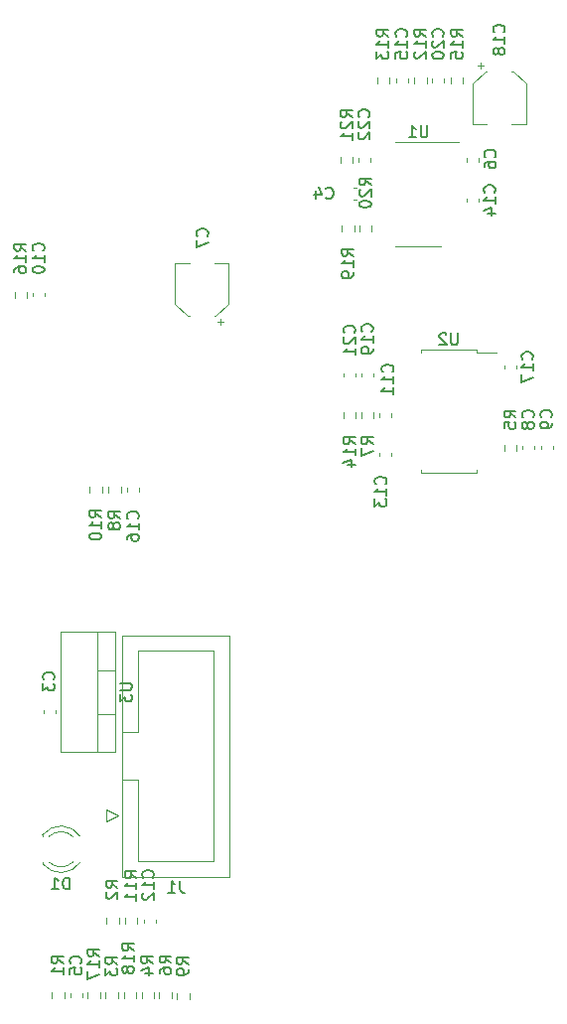
<source format=gbr>
%TF.GenerationSoftware,KiCad,Pcbnew,6.0.7+dfsg-1~bpo11+1*%
%TF.CreationDate,2022-10-24T23:46:05+08:00*%
%TF.ProjectId,MiniDelay,4d696e69-4465-46c6-9179-2e6b69636164,rev?*%
%TF.SameCoordinates,Original*%
%TF.FileFunction,Legend,Bot*%
%TF.FilePolarity,Positive*%
%FSLAX46Y46*%
G04 Gerber Fmt 4.6, Leading zero omitted, Abs format (unit mm)*
G04 Created by KiCad (PCBNEW 6.0.7+dfsg-1~bpo11+1) date 2022-10-24 23:46:05*
%MOMM*%
%LPD*%
G01*
G04 APERTURE LIST*
%ADD10C,0.150000*%
%ADD11C,0.120000*%
G04 APERTURE END LIST*
D10*
%TO.C,R14*%
X141002380Y-104807142D02*
X140526190Y-104473809D01*
X141002380Y-104235714D02*
X140002380Y-104235714D01*
X140002380Y-104616666D01*
X140050000Y-104711904D01*
X140097619Y-104759523D01*
X140192857Y-104807142D01*
X140335714Y-104807142D01*
X140430952Y-104759523D01*
X140478571Y-104711904D01*
X140526190Y-104616666D01*
X140526190Y-104235714D01*
X141002380Y-105759523D02*
X141002380Y-105188095D01*
X141002380Y-105473809D02*
X140002380Y-105473809D01*
X140145238Y-105378571D01*
X140240476Y-105283333D01*
X140288095Y-105188095D01*
X140335714Y-106616666D02*
X141002380Y-106616666D01*
X139954761Y-106378571D02*
X140669047Y-106140476D01*
X140669047Y-106759523D01*
%TO.C,C22*%
X142157142Y-76917142D02*
X142204761Y-76869523D01*
X142252380Y-76726666D01*
X142252380Y-76631428D01*
X142204761Y-76488571D01*
X142109523Y-76393333D01*
X142014285Y-76345714D01*
X141823809Y-76298095D01*
X141680952Y-76298095D01*
X141490476Y-76345714D01*
X141395238Y-76393333D01*
X141300000Y-76488571D01*
X141252380Y-76631428D01*
X141252380Y-76726666D01*
X141300000Y-76869523D01*
X141347619Y-76917142D01*
X141347619Y-77298095D02*
X141300000Y-77345714D01*
X141252380Y-77440952D01*
X141252380Y-77679047D01*
X141300000Y-77774285D01*
X141347619Y-77821904D01*
X141442857Y-77869523D01*
X141538095Y-77869523D01*
X141680952Y-77821904D01*
X142252380Y-77250476D01*
X142252380Y-77869523D01*
X141347619Y-78250476D02*
X141300000Y-78298095D01*
X141252380Y-78393333D01*
X141252380Y-78631428D01*
X141300000Y-78726666D01*
X141347619Y-78774285D01*
X141442857Y-78821904D01*
X141538095Y-78821904D01*
X141680952Y-78774285D01*
X142252380Y-78202857D01*
X142252380Y-78821904D01*
%TO.C,R3*%
X120737380Y-149143333D02*
X120261190Y-148810000D01*
X120737380Y-148571904D02*
X119737380Y-148571904D01*
X119737380Y-148952857D01*
X119785000Y-149048095D01*
X119832619Y-149095714D01*
X119927857Y-149143333D01*
X120070714Y-149143333D01*
X120165952Y-149095714D01*
X120213571Y-149048095D01*
X120261190Y-148952857D01*
X120261190Y-148571904D01*
X119737380Y-149476666D02*
X119737380Y-150095714D01*
X120118333Y-149762380D01*
X120118333Y-149905238D01*
X120165952Y-150000476D01*
X120213571Y-150048095D01*
X120308809Y-150095714D01*
X120546904Y-150095714D01*
X120642142Y-150048095D01*
X120689761Y-150000476D01*
X120737380Y-149905238D01*
X120737380Y-149619523D01*
X120689761Y-149524285D01*
X120642142Y-149476666D01*
%TO.C,C19*%
X142432142Y-95207142D02*
X142479761Y-95159523D01*
X142527380Y-95016666D01*
X142527380Y-94921428D01*
X142479761Y-94778571D01*
X142384523Y-94683333D01*
X142289285Y-94635714D01*
X142098809Y-94588095D01*
X141955952Y-94588095D01*
X141765476Y-94635714D01*
X141670238Y-94683333D01*
X141575000Y-94778571D01*
X141527380Y-94921428D01*
X141527380Y-95016666D01*
X141575000Y-95159523D01*
X141622619Y-95207142D01*
X142527380Y-96159523D02*
X142527380Y-95588095D01*
X142527380Y-95873809D02*
X141527380Y-95873809D01*
X141670238Y-95778571D01*
X141765476Y-95683333D01*
X141813095Y-95588095D01*
X142527380Y-96635714D02*
X142527380Y-96826190D01*
X142479761Y-96921428D01*
X142432142Y-96969047D01*
X142289285Y-97064285D01*
X142098809Y-97111904D01*
X141717857Y-97111904D01*
X141622619Y-97064285D01*
X141575000Y-97016666D01*
X141527380Y-96921428D01*
X141527380Y-96730952D01*
X141575000Y-96635714D01*
X141622619Y-96588095D01*
X141717857Y-96540476D01*
X141955952Y-96540476D01*
X142051190Y-96588095D01*
X142098809Y-96635714D01*
X142146428Y-96730952D01*
X142146428Y-96921428D01*
X142098809Y-97016666D01*
X142051190Y-97064285D01*
X141955952Y-97111904D01*
%TO.C,R17*%
X119197380Y-148457142D02*
X118721190Y-148123809D01*
X119197380Y-147885714D02*
X118197380Y-147885714D01*
X118197380Y-148266666D01*
X118245000Y-148361904D01*
X118292619Y-148409523D01*
X118387857Y-148457142D01*
X118530714Y-148457142D01*
X118625952Y-148409523D01*
X118673571Y-148361904D01*
X118721190Y-148266666D01*
X118721190Y-147885714D01*
X119197380Y-149409523D02*
X119197380Y-148838095D01*
X119197380Y-149123809D02*
X118197380Y-149123809D01*
X118340238Y-149028571D01*
X118435476Y-148933333D01*
X118483095Y-148838095D01*
X118197380Y-149742857D02*
X118197380Y-150409523D01*
X119197380Y-149980952D01*
%TO.C,D1*%
X116658095Y-142762380D02*
X116658095Y-141762380D01*
X116420000Y-141762380D01*
X116277142Y-141810000D01*
X116181904Y-141905238D01*
X116134285Y-142000476D01*
X116086666Y-142190952D01*
X116086666Y-142333809D01*
X116134285Y-142524285D01*
X116181904Y-142619523D01*
X116277142Y-142714761D01*
X116420000Y-142762380D01*
X116658095Y-142762380D01*
X115134285Y-142762380D02*
X115705714Y-142762380D01*
X115420000Y-142762380D02*
X115420000Y-141762380D01*
X115515238Y-141905238D01*
X115610476Y-142000476D01*
X115705714Y-142048095D01*
%TO.C,C4*%
X138521666Y-83822142D02*
X138569285Y-83869761D01*
X138712142Y-83917380D01*
X138807380Y-83917380D01*
X138950238Y-83869761D01*
X139045476Y-83774523D01*
X139093095Y-83679285D01*
X139140714Y-83488809D01*
X139140714Y-83345952D01*
X139093095Y-83155476D01*
X139045476Y-83060238D01*
X138950238Y-82965000D01*
X138807380Y-82917380D01*
X138712142Y-82917380D01*
X138569285Y-82965000D01*
X138521666Y-83012619D01*
X137664523Y-83250714D02*
X137664523Y-83917380D01*
X137902619Y-82869761D02*
X138140714Y-83584047D01*
X137521666Y-83584047D01*
%TO.C,R19*%
X140852380Y-88764642D02*
X140376190Y-88431309D01*
X140852380Y-88193214D02*
X139852380Y-88193214D01*
X139852380Y-88574166D01*
X139900000Y-88669404D01*
X139947619Y-88717023D01*
X140042857Y-88764642D01*
X140185714Y-88764642D01*
X140280952Y-88717023D01*
X140328571Y-88669404D01*
X140376190Y-88574166D01*
X140376190Y-88193214D01*
X140852380Y-89717023D02*
X140852380Y-89145595D01*
X140852380Y-89431309D02*
X139852380Y-89431309D01*
X139995238Y-89336071D01*
X140090476Y-89240833D01*
X140138095Y-89145595D01*
X140852380Y-90193214D02*
X140852380Y-90383690D01*
X140804761Y-90478928D01*
X140757142Y-90526547D01*
X140614285Y-90621785D01*
X140423809Y-90669404D01*
X140042857Y-90669404D01*
X139947619Y-90621785D01*
X139900000Y-90574166D01*
X139852380Y-90478928D01*
X139852380Y-90288452D01*
X139900000Y-90193214D01*
X139947619Y-90145595D01*
X140042857Y-90097976D01*
X140280952Y-90097976D01*
X140376190Y-90145595D01*
X140423809Y-90193214D01*
X140471428Y-90288452D01*
X140471428Y-90478928D01*
X140423809Y-90574166D01*
X140376190Y-90621785D01*
X140280952Y-90669404D01*
%TO.C,R6*%
X125327380Y-149033333D02*
X124851190Y-148700000D01*
X125327380Y-148461904D02*
X124327380Y-148461904D01*
X124327380Y-148842857D01*
X124375000Y-148938095D01*
X124422619Y-148985714D01*
X124517857Y-149033333D01*
X124660714Y-149033333D01*
X124755952Y-148985714D01*
X124803571Y-148938095D01*
X124851190Y-148842857D01*
X124851190Y-148461904D01*
X124327380Y-149890476D02*
X124327380Y-149700000D01*
X124375000Y-149604761D01*
X124422619Y-149557142D01*
X124565476Y-149461904D01*
X124755952Y-149414285D01*
X125136904Y-149414285D01*
X125232142Y-149461904D01*
X125279761Y-149509523D01*
X125327380Y-149604761D01*
X125327380Y-149795238D01*
X125279761Y-149890476D01*
X125232142Y-149938095D01*
X125136904Y-149985714D01*
X124898809Y-149985714D01*
X124803571Y-149938095D01*
X124755952Y-149890476D01*
X124708333Y-149795238D01*
X124708333Y-149604761D01*
X124755952Y-149509523D01*
X124803571Y-149461904D01*
X124898809Y-149414285D01*
%TO.C,C6*%
X152911142Y-80339333D02*
X152958761Y-80291714D01*
X153006380Y-80148857D01*
X153006380Y-80053619D01*
X152958761Y-79910761D01*
X152863523Y-79815523D01*
X152768285Y-79767904D01*
X152577809Y-79720285D01*
X152434952Y-79720285D01*
X152244476Y-79767904D01*
X152149238Y-79815523D01*
X152054000Y-79910761D01*
X152006380Y-80053619D01*
X152006380Y-80148857D01*
X152054000Y-80291714D01*
X152101619Y-80339333D01*
X152006380Y-81196476D02*
X152006380Y-81006000D01*
X152054000Y-80910761D01*
X152101619Y-80863142D01*
X152244476Y-80767904D01*
X152434952Y-80720285D01*
X152815904Y-80720285D01*
X152911142Y-80767904D01*
X152958761Y-80815523D01*
X153006380Y-80910761D01*
X153006380Y-81101238D01*
X152958761Y-81196476D01*
X152911142Y-81244095D01*
X152815904Y-81291714D01*
X152577809Y-81291714D01*
X152482571Y-81244095D01*
X152434952Y-81196476D01*
X152387333Y-81101238D01*
X152387333Y-80910761D01*
X152434952Y-80815523D01*
X152482571Y-80767904D01*
X152577809Y-80720285D01*
%TO.C,U3*%
X120977380Y-125188095D02*
X121786904Y-125188095D01*
X121882142Y-125235714D01*
X121929761Y-125283333D01*
X121977380Y-125378571D01*
X121977380Y-125569047D01*
X121929761Y-125664285D01*
X121882142Y-125711904D01*
X121786904Y-125759523D01*
X120977380Y-125759523D01*
X120977380Y-126140476D02*
X120977380Y-126759523D01*
X121358333Y-126426190D01*
X121358333Y-126569047D01*
X121405952Y-126664285D01*
X121453571Y-126711904D01*
X121548809Y-126759523D01*
X121786904Y-126759523D01*
X121882142Y-126711904D01*
X121929761Y-126664285D01*
X121977380Y-126569047D01*
X121977380Y-126283333D01*
X121929761Y-126188095D01*
X121882142Y-126140476D01*
%TO.C,C10*%
X114407142Y-88319642D02*
X114454761Y-88272023D01*
X114502380Y-88129166D01*
X114502380Y-88033928D01*
X114454761Y-87891071D01*
X114359523Y-87795833D01*
X114264285Y-87748214D01*
X114073809Y-87700595D01*
X113930952Y-87700595D01*
X113740476Y-87748214D01*
X113645238Y-87795833D01*
X113550000Y-87891071D01*
X113502380Y-88033928D01*
X113502380Y-88129166D01*
X113550000Y-88272023D01*
X113597619Y-88319642D01*
X114502380Y-89272023D02*
X114502380Y-88700595D01*
X114502380Y-88986309D02*
X113502380Y-88986309D01*
X113645238Y-88891071D01*
X113740476Y-88795833D01*
X113788095Y-88700595D01*
X113502380Y-89891071D02*
X113502380Y-89986309D01*
X113550000Y-90081547D01*
X113597619Y-90129166D01*
X113692857Y-90176785D01*
X113883333Y-90224404D01*
X114121428Y-90224404D01*
X114311904Y-90176785D01*
X114407142Y-90129166D01*
X114454761Y-90081547D01*
X114502380Y-89986309D01*
X114502380Y-89891071D01*
X114454761Y-89795833D01*
X114407142Y-89748214D01*
X114311904Y-89700595D01*
X114121428Y-89652976D01*
X113883333Y-89652976D01*
X113692857Y-89700595D01*
X113597619Y-89748214D01*
X113550000Y-89795833D01*
X113502380Y-89891071D01*
%TO.C,C13*%
X143582142Y-108207142D02*
X143629761Y-108159523D01*
X143677380Y-108016666D01*
X143677380Y-107921428D01*
X143629761Y-107778571D01*
X143534523Y-107683333D01*
X143439285Y-107635714D01*
X143248809Y-107588095D01*
X143105952Y-107588095D01*
X142915476Y-107635714D01*
X142820238Y-107683333D01*
X142725000Y-107778571D01*
X142677380Y-107921428D01*
X142677380Y-108016666D01*
X142725000Y-108159523D01*
X142772619Y-108207142D01*
X143677380Y-109159523D02*
X143677380Y-108588095D01*
X143677380Y-108873809D02*
X142677380Y-108873809D01*
X142820238Y-108778571D01*
X142915476Y-108683333D01*
X142963095Y-108588095D01*
X142677380Y-109492857D02*
X142677380Y-110111904D01*
X143058333Y-109778571D01*
X143058333Y-109921428D01*
X143105952Y-110016666D01*
X143153571Y-110064285D01*
X143248809Y-110111904D01*
X143486904Y-110111904D01*
X143582142Y-110064285D01*
X143629761Y-110016666D01*
X143677380Y-109921428D01*
X143677380Y-109635714D01*
X143629761Y-109540476D01*
X143582142Y-109492857D01*
%TO.C,R5*%
X154702380Y-102545833D02*
X154226190Y-102212500D01*
X154702380Y-101974404D02*
X153702380Y-101974404D01*
X153702380Y-102355357D01*
X153750000Y-102450595D01*
X153797619Y-102498214D01*
X153892857Y-102545833D01*
X154035714Y-102545833D01*
X154130952Y-102498214D01*
X154178571Y-102450595D01*
X154226190Y-102355357D01*
X154226190Y-101974404D01*
X153702380Y-103450595D02*
X153702380Y-102974404D01*
X154178571Y-102926785D01*
X154130952Y-102974404D01*
X154083333Y-103069642D01*
X154083333Y-103307738D01*
X154130952Y-103402976D01*
X154178571Y-103450595D01*
X154273809Y-103498214D01*
X154511904Y-103498214D01*
X154607142Y-103450595D01*
X154654761Y-103402976D01*
X154702380Y-103307738D01*
X154702380Y-103069642D01*
X154654761Y-102974404D01*
X154607142Y-102926785D01*
%TO.C,C20*%
X148457142Y-70057142D02*
X148504761Y-70009523D01*
X148552380Y-69866666D01*
X148552380Y-69771428D01*
X148504761Y-69628571D01*
X148409523Y-69533333D01*
X148314285Y-69485714D01*
X148123809Y-69438095D01*
X147980952Y-69438095D01*
X147790476Y-69485714D01*
X147695238Y-69533333D01*
X147600000Y-69628571D01*
X147552380Y-69771428D01*
X147552380Y-69866666D01*
X147600000Y-70009523D01*
X147647619Y-70057142D01*
X147647619Y-70438095D02*
X147600000Y-70485714D01*
X147552380Y-70580952D01*
X147552380Y-70819047D01*
X147600000Y-70914285D01*
X147647619Y-70961904D01*
X147742857Y-71009523D01*
X147838095Y-71009523D01*
X147980952Y-70961904D01*
X148552380Y-70390476D01*
X148552380Y-71009523D01*
X147552380Y-71628571D02*
X147552380Y-71723809D01*
X147600000Y-71819047D01*
X147647619Y-71866666D01*
X147742857Y-71914285D01*
X147933333Y-71961904D01*
X148171428Y-71961904D01*
X148361904Y-71914285D01*
X148457142Y-71866666D01*
X148504761Y-71819047D01*
X148552380Y-71723809D01*
X148552380Y-71628571D01*
X148504761Y-71533333D01*
X148457142Y-71485714D01*
X148361904Y-71438095D01*
X148171428Y-71390476D01*
X147933333Y-71390476D01*
X147742857Y-71438095D01*
X147647619Y-71485714D01*
X147600000Y-71533333D01*
X147552380Y-71628571D01*
%TO.C,R11*%
X122352380Y-141807142D02*
X121876190Y-141473809D01*
X122352380Y-141235714D02*
X121352380Y-141235714D01*
X121352380Y-141616666D01*
X121400000Y-141711904D01*
X121447619Y-141759523D01*
X121542857Y-141807142D01*
X121685714Y-141807142D01*
X121780952Y-141759523D01*
X121828571Y-141711904D01*
X121876190Y-141616666D01*
X121876190Y-141235714D01*
X122352380Y-142759523D02*
X122352380Y-142188095D01*
X122352380Y-142473809D02*
X121352380Y-142473809D01*
X121495238Y-142378571D01*
X121590476Y-142283333D01*
X121638095Y-142188095D01*
X122352380Y-143711904D02*
X122352380Y-143140476D01*
X122352380Y-143426190D02*
X121352380Y-143426190D01*
X121495238Y-143330952D01*
X121590476Y-143235714D01*
X121638095Y-143140476D01*
%TO.C,C3*%
X115287142Y-124885833D02*
X115334761Y-124838214D01*
X115382380Y-124695357D01*
X115382380Y-124600119D01*
X115334761Y-124457261D01*
X115239523Y-124362023D01*
X115144285Y-124314404D01*
X114953809Y-124266785D01*
X114810952Y-124266785D01*
X114620476Y-124314404D01*
X114525238Y-124362023D01*
X114430000Y-124457261D01*
X114382380Y-124600119D01*
X114382380Y-124695357D01*
X114430000Y-124838214D01*
X114477619Y-124885833D01*
X114382380Y-125219166D02*
X114382380Y-125838214D01*
X114763333Y-125504880D01*
X114763333Y-125647738D01*
X114810952Y-125742976D01*
X114858571Y-125790595D01*
X114953809Y-125838214D01*
X115191904Y-125838214D01*
X115287142Y-125790595D01*
X115334761Y-125742976D01*
X115382380Y-125647738D01*
X115382380Y-125362023D01*
X115334761Y-125266785D01*
X115287142Y-125219166D01*
%TO.C,J1*%
X126050833Y-142032380D02*
X126050833Y-142746666D01*
X126098452Y-142889523D01*
X126193690Y-142984761D01*
X126336547Y-143032380D01*
X126431785Y-143032380D01*
X125050833Y-143032380D02*
X125622261Y-143032380D01*
X125336547Y-143032380D02*
X125336547Y-142032380D01*
X125431785Y-142175238D01*
X125527023Y-142270476D01*
X125622261Y-142318095D01*
%TO.C,R10*%
X119352380Y-111057142D02*
X118876190Y-110723809D01*
X119352380Y-110485714D02*
X118352380Y-110485714D01*
X118352380Y-110866666D01*
X118400000Y-110961904D01*
X118447619Y-111009523D01*
X118542857Y-111057142D01*
X118685714Y-111057142D01*
X118780952Y-111009523D01*
X118828571Y-110961904D01*
X118876190Y-110866666D01*
X118876190Y-110485714D01*
X119352380Y-112009523D02*
X119352380Y-111438095D01*
X119352380Y-111723809D02*
X118352380Y-111723809D01*
X118495238Y-111628571D01*
X118590476Y-111533333D01*
X118638095Y-111438095D01*
X118352380Y-112628571D02*
X118352380Y-112723809D01*
X118400000Y-112819047D01*
X118447619Y-112866666D01*
X118542857Y-112914285D01*
X118733333Y-112961904D01*
X118971428Y-112961904D01*
X119161904Y-112914285D01*
X119257142Y-112866666D01*
X119304761Y-112819047D01*
X119352380Y-112723809D01*
X119352380Y-112628571D01*
X119304761Y-112533333D01*
X119257142Y-112485714D01*
X119161904Y-112438095D01*
X118971428Y-112390476D01*
X118733333Y-112390476D01*
X118542857Y-112438095D01*
X118447619Y-112485714D01*
X118400000Y-112533333D01*
X118352380Y-112628571D01*
%TO.C,C11*%
X144182142Y-98657142D02*
X144229761Y-98609523D01*
X144277380Y-98466666D01*
X144277380Y-98371428D01*
X144229761Y-98228571D01*
X144134523Y-98133333D01*
X144039285Y-98085714D01*
X143848809Y-98038095D01*
X143705952Y-98038095D01*
X143515476Y-98085714D01*
X143420238Y-98133333D01*
X143325000Y-98228571D01*
X143277380Y-98371428D01*
X143277380Y-98466666D01*
X143325000Y-98609523D01*
X143372619Y-98657142D01*
X144277380Y-99609523D02*
X144277380Y-99038095D01*
X144277380Y-99323809D02*
X143277380Y-99323809D01*
X143420238Y-99228571D01*
X143515476Y-99133333D01*
X143563095Y-99038095D01*
X144277380Y-100561904D02*
X144277380Y-99990476D01*
X144277380Y-100276190D02*
X143277380Y-100276190D01*
X143420238Y-100180952D01*
X143515476Y-100085714D01*
X143563095Y-99990476D01*
%TO.C,R2*%
X120752380Y-142608333D02*
X120276190Y-142275000D01*
X120752380Y-142036904D02*
X119752380Y-142036904D01*
X119752380Y-142417857D01*
X119800000Y-142513095D01*
X119847619Y-142560714D01*
X119942857Y-142608333D01*
X120085714Y-142608333D01*
X120180952Y-142560714D01*
X120228571Y-142513095D01*
X120276190Y-142417857D01*
X120276190Y-142036904D01*
X119847619Y-142989285D02*
X119800000Y-143036904D01*
X119752380Y-143132142D01*
X119752380Y-143370238D01*
X119800000Y-143465476D01*
X119847619Y-143513095D01*
X119942857Y-143560714D01*
X120038095Y-143560714D01*
X120180952Y-143513095D01*
X120752380Y-142941666D01*
X120752380Y-143560714D01*
%TO.C,R18*%
X122147380Y-147989642D02*
X121671190Y-147656309D01*
X122147380Y-147418214D02*
X121147380Y-147418214D01*
X121147380Y-147799166D01*
X121195000Y-147894404D01*
X121242619Y-147942023D01*
X121337857Y-147989642D01*
X121480714Y-147989642D01*
X121575952Y-147942023D01*
X121623571Y-147894404D01*
X121671190Y-147799166D01*
X121671190Y-147418214D01*
X122147380Y-148942023D02*
X122147380Y-148370595D01*
X122147380Y-148656309D02*
X121147380Y-148656309D01*
X121290238Y-148561071D01*
X121385476Y-148465833D01*
X121433095Y-148370595D01*
X121575952Y-149513452D02*
X121528333Y-149418214D01*
X121480714Y-149370595D01*
X121385476Y-149322976D01*
X121337857Y-149322976D01*
X121242619Y-149370595D01*
X121195000Y-149418214D01*
X121147380Y-149513452D01*
X121147380Y-149703928D01*
X121195000Y-149799166D01*
X121242619Y-149846785D01*
X121337857Y-149894404D01*
X121385476Y-149894404D01*
X121480714Y-149846785D01*
X121528333Y-149799166D01*
X121575952Y-149703928D01*
X121575952Y-149513452D01*
X121623571Y-149418214D01*
X121671190Y-149370595D01*
X121766428Y-149322976D01*
X121956904Y-149322976D01*
X122052142Y-149370595D01*
X122099761Y-149418214D01*
X122147380Y-149513452D01*
X122147380Y-149703928D01*
X122099761Y-149799166D01*
X122052142Y-149846785D01*
X121956904Y-149894404D01*
X121766428Y-149894404D01*
X121671190Y-149846785D01*
X121623571Y-149799166D01*
X121575952Y-149703928D01*
%TO.C,C5*%
X117582142Y-149071333D02*
X117629761Y-149023714D01*
X117677380Y-148880857D01*
X117677380Y-148785619D01*
X117629761Y-148642761D01*
X117534523Y-148547523D01*
X117439285Y-148499904D01*
X117248809Y-148452285D01*
X117105952Y-148452285D01*
X116915476Y-148499904D01*
X116820238Y-148547523D01*
X116725000Y-148642761D01*
X116677380Y-148785619D01*
X116677380Y-148880857D01*
X116725000Y-149023714D01*
X116772619Y-149071333D01*
X116677380Y-149976095D02*
X116677380Y-149499904D01*
X117153571Y-149452285D01*
X117105952Y-149499904D01*
X117058333Y-149595142D01*
X117058333Y-149833238D01*
X117105952Y-149928476D01*
X117153571Y-149976095D01*
X117248809Y-150023714D01*
X117486904Y-150023714D01*
X117582142Y-149976095D01*
X117629761Y-149928476D01*
X117677380Y-149833238D01*
X117677380Y-149595142D01*
X117629761Y-149499904D01*
X117582142Y-149452285D01*
%TO.C,R4*%
X123767380Y-149073333D02*
X123291190Y-148740000D01*
X123767380Y-148501904D02*
X122767380Y-148501904D01*
X122767380Y-148882857D01*
X122815000Y-148978095D01*
X122862619Y-149025714D01*
X122957857Y-149073333D01*
X123100714Y-149073333D01*
X123195952Y-149025714D01*
X123243571Y-148978095D01*
X123291190Y-148882857D01*
X123291190Y-148501904D01*
X123100714Y-149930476D02*
X123767380Y-149930476D01*
X122719761Y-149692380D02*
X123434047Y-149454285D01*
X123434047Y-150073333D01*
%TO.C,R21*%
X140752380Y-76947142D02*
X140276190Y-76613809D01*
X140752380Y-76375714D02*
X139752380Y-76375714D01*
X139752380Y-76756666D01*
X139800000Y-76851904D01*
X139847619Y-76899523D01*
X139942857Y-76947142D01*
X140085714Y-76947142D01*
X140180952Y-76899523D01*
X140228571Y-76851904D01*
X140276190Y-76756666D01*
X140276190Y-76375714D01*
X139847619Y-77328095D02*
X139800000Y-77375714D01*
X139752380Y-77470952D01*
X139752380Y-77709047D01*
X139800000Y-77804285D01*
X139847619Y-77851904D01*
X139942857Y-77899523D01*
X140038095Y-77899523D01*
X140180952Y-77851904D01*
X140752380Y-77280476D01*
X140752380Y-77899523D01*
X140752380Y-78851904D02*
X140752380Y-78280476D01*
X140752380Y-78566190D02*
X139752380Y-78566190D01*
X139895238Y-78470952D01*
X139990476Y-78375714D01*
X140038095Y-78280476D01*
%TO.C,R1*%
X116117380Y-149053333D02*
X115641190Y-148720000D01*
X116117380Y-148481904D02*
X115117380Y-148481904D01*
X115117380Y-148862857D01*
X115165000Y-148958095D01*
X115212619Y-149005714D01*
X115307857Y-149053333D01*
X115450714Y-149053333D01*
X115545952Y-149005714D01*
X115593571Y-148958095D01*
X115641190Y-148862857D01*
X115641190Y-148481904D01*
X116117380Y-150005714D02*
X116117380Y-149434285D01*
X116117380Y-149720000D02*
X115117380Y-149720000D01*
X115260238Y-149624761D01*
X115355476Y-149529523D01*
X115403095Y-149434285D01*
%TO.C,R9*%
X126782380Y-149133333D02*
X126306190Y-148800000D01*
X126782380Y-148561904D02*
X125782380Y-148561904D01*
X125782380Y-148942857D01*
X125830000Y-149038095D01*
X125877619Y-149085714D01*
X125972857Y-149133333D01*
X126115714Y-149133333D01*
X126210952Y-149085714D01*
X126258571Y-149038095D01*
X126306190Y-148942857D01*
X126306190Y-148561904D01*
X126782380Y-149609523D02*
X126782380Y-149800000D01*
X126734761Y-149895238D01*
X126687142Y-149942857D01*
X126544285Y-150038095D01*
X126353809Y-150085714D01*
X125972857Y-150085714D01*
X125877619Y-150038095D01*
X125830000Y-149990476D01*
X125782380Y-149895238D01*
X125782380Y-149704761D01*
X125830000Y-149609523D01*
X125877619Y-149561904D01*
X125972857Y-149514285D01*
X126210952Y-149514285D01*
X126306190Y-149561904D01*
X126353809Y-149609523D01*
X126401428Y-149704761D01*
X126401428Y-149895238D01*
X126353809Y-149990476D01*
X126306190Y-150038095D01*
X126210952Y-150085714D01*
%TO.C,R20*%
X142362380Y-82729642D02*
X141886190Y-82396309D01*
X142362380Y-82158214D02*
X141362380Y-82158214D01*
X141362380Y-82539166D01*
X141410000Y-82634404D01*
X141457619Y-82682023D01*
X141552857Y-82729642D01*
X141695714Y-82729642D01*
X141790952Y-82682023D01*
X141838571Y-82634404D01*
X141886190Y-82539166D01*
X141886190Y-82158214D01*
X141457619Y-83110595D02*
X141410000Y-83158214D01*
X141362380Y-83253452D01*
X141362380Y-83491547D01*
X141410000Y-83586785D01*
X141457619Y-83634404D01*
X141552857Y-83682023D01*
X141648095Y-83682023D01*
X141790952Y-83634404D01*
X142362380Y-83062976D01*
X142362380Y-83682023D01*
X141362380Y-84301071D02*
X141362380Y-84396309D01*
X141410000Y-84491547D01*
X141457619Y-84539166D01*
X141552857Y-84586785D01*
X141743333Y-84634404D01*
X141981428Y-84634404D01*
X142171904Y-84586785D01*
X142267142Y-84539166D01*
X142314761Y-84491547D01*
X142362380Y-84396309D01*
X142362380Y-84301071D01*
X142314761Y-84205833D01*
X142267142Y-84158214D01*
X142171904Y-84110595D01*
X141981428Y-84062976D01*
X141743333Y-84062976D01*
X141552857Y-84110595D01*
X141457619Y-84158214D01*
X141410000Y-84205833D01*
X141362380Y-84301071D01*
%TO.C,C21*%
X140912142Y-95307142D02*
X140959761Y-95259523D01*
X141007380Y-95116666D01*
X141007380Y-95021428D01*
X140959761Y-94878571D01*
X140864523Y-94783333D01*
X140769285Y-94735714D01*
X140578809Y-94688095D01*
X140435952Y-94688095D01*
X140245476Y-94735714D01*
X140150238Y-94783333D01*
X140055000Y-94878571D01*
X140007380Y-95021428D01*
X140007380Y-95116666D01*
X140055000Y-95259523D01*
X140102619Y-95307142D01*
X140102619Y-95688095D02*
X140055000Y-95735714D01*
X140007380Y-95830952D01*
X140007380Y-96069047D01*
X140055000Y-96164285D01*
X140102619Y-96211904D01*
X140197857Y-96259523D01*
X140293095Y-96259523D01*
X140435952Y-96211904D01*
X141007380Y-95640476D01*
X141007380Y-96259523D01*
X141007380Y-97211904D02*
X141007380Y-96640476D01*
X141007380Y-96926190D02*
X140007380Y-96926190D01*
X140150238Y-96830952D01*
X140245476Y-96735714D01*
X140293095Y-96640476D01*
%TO.C,C9*%
X157707142Y-102533333D02*
X157754761Y-102485714D01*
X157802380Y-102342857D01*
X157802380Y-102247619D01*
X157754761Y-102104761D01*
X157659523Y-102009523D01*
X157564285Y-101961904D01*
X157373809Y-101914285D01*
X157230952Y-101914285D01*
X157040476Y-101961904D01*
X156945238Y-102009523D01*
X156850000Y-102104761D01*
X156802380Y-102247619D01*
X156802380Y-102342857D01*
X156850000Y-102485714D01*
X156897619Y-102533333D01*
X157802380Y-103009523D02*
X157802380Y-103200000D01*
X157754761Y-103295238D01*
X157707142Y-103342857D01*
X157564285Y-103438095D01*
X157373809Y-103485714D01*
X156992857Y-103485714D01*
X156897619Y-103438095D01*
X156850000Y-103390476D01*
X156802380Y-103295238D01*
X156802380Y-103104761D01*
X156850000Y-103009523D01*
X156897619Y-102961904D01*
X156992857Y-102914285D01*
X157230952Y-102914285D01*
X157326190Y-102961904D01*
X157373809Y-103009523D01*
X157421428Y-103104761D01*
X157421428Y-103295238D01*
X157373809Y-103390476D01*
X157326190Y-103438095D01*
X157230952Y-103485714D01*
%TO.C,R16*%
X112952380Y-88332142D02*
X112476190Y-87998809D01*
X112952380Y-87760714D02*
X111952380Y-87760714D01*
X111952380Y-88141666D01*
X112000000Y-88236904D01*
X112047619Y-88284523D01*
X112142857Y-88332142D01*
X112285714Y-88332142D01*
X112380952Y-88284523D01*
X112428571Y-88236904D01*
X112476190Y-88141666D01*
X112476190Y-87760714D01*
X112952380Y-89284523D02*
X112952380Y-88713095D01*
X112952380Y-88998809D02*
X111952380Y-88998809D01*
X112095238Y-88903571D01*
X112190476Y-88808333D01*
X112238095Y-88713095D01*
X111952380Y-90141666D02*
X111952380Y-89951190D01*
X112000000Y-89855952D01*
X112047619Y-89808333D01*
X112190476Y-89713095D01*
X112380952Y-89665476D01*
X112761904Y-89665476D01*
X112857142Y-89713095D01*
X112904761Y-89760714D01*
X112952380Y-89855952D01*
X112952380Y-90046428D01*
X112904761Y-90141666D01*
X112857142Y-90189285D01*
X112761904Y-90236904D01*
X112523809Y-90236904D01*
X112428571Y-90189285D01*
X112380952Y-90141666D01*
X112333333Y-90046428D01*
X112333333Y-89855952D01*
X112380952Y-89760714D01*
X112428571Y-89713095D01*
X112523809Y-89665476D01*
%TO.C,C7*%
X128387142Y-87073333D02*
X128434761Y-87025714D01*
X128482380Y-86882857D01*
X128482380Y-86787619D01*
X128434761Y-86644761D01*
X128339523Y-86549523D01*
X128244285Y-86501904D01*
X128053809Y-86454285D01*
X127910952Y-86454285D01*
X127720476Y-86501904D01*
X127625238Y-86549523D01*
X127530000Y-86644761D01*
X127482380Y-86787619D01*
X127482380Y-86882857D01*
X127530000Y-87025714D01*
X127577619Y-87073333D01*
X127482380Y-87406666D02*
X127482380Y-88073333D01*
X128482380Y-87644761D01*
%TO.C,R7*%
X142527380Y-104808333D02*
X142051190Y-104475000D01*
X142527380Y-104236904D02*
X141527380Y-104236904D01*
X141527380Y-104617857D01*
X141575000Y-104713095D01*
X141622619Y-104760714D01*
X141717857Y-104808333D01*
X141860714Y-104808333D01*
X141955952Y-104760714D01*
X142003571Y-104713095D01*
X142051190Y-104617857D01*
X142051190Y-104236904D01*
X141527380Y-105141666D02*
X141527380Y-105808333D01*
X142527380Y-105379761D01*
%TO.C,C8*%
X156157142Y-102545833D02*
X156204761Y-102498214D01*
X156252380Y-102355357D01*
X156252380Y-102260119D01*
X156204761Y-102117261D01*
X156109523Y-102022023D01*
X156014285Y-101974404D01*
X155823809Y-101926785D01*
X155680952Y-101926785D01*
X155490476Y-101974404D01*
X155395238Y-102022023D01*
X155300000Y-102117261D01*
X155252380Y-102260119D01*
X155252380Y-102355357D01*
X155300000Y-102498214D01*
X155347619Y-102545833D01*
X155680952Y-103117261D02*
X155633333Y-103022023D01*
X155585714Y-102974404D01*
X155490476Y-102926785D01*
X155442857Y-102926785D01*
X155347619Y-102974404D01*
X155300000Y-103022023D01*
X155252380Y-103117261D01*
X155252380Y-103307738D01*
X155300000Y-103402976D01*
X155347619Y-103450595D01*
X155442857Y-103498214D01*
X155490476Y-103498214D01*
X155585714Y-103450595D01*
X155633333Y-103402976D01*
X155680952Y-103307738D01*
X155680952Y-103117261D01*
X155728571Y-103022023D01*
X155776190Y-102974404D01*
X155871428Y-102926785D01*
X156061904Y-102926785D01*
X156157142Y-102974404D01*
X156204761Y-103022023D01*
X156252380Y-103117261D01*
X156252380Y-103307738D01*
X156204761Y-103402976D01*
X156157142Y-103450595D01*
X156061904Y-103498214D01*
X155871428Y-103498214D01*
X155776190Y-103450595D01*
X155728571Y-103402976D01*
X155680952Y-103307738D01*
%TO.C,R12*%
X147027380Y-70044642D02*
X146551190Y-69711309D01*
X147027380Y-69473214D02*
X146027380Y-69473214D01*
X146027380Y-69854166D01*
X146075000Y-69949404D01*
X146122619Y-69997023D01*
X146217857Y-70044642D01*
X146360714Y-70044642D01*
X146455952Y-69997023D01*
X146503571Y-69949404D01*
X146551190Y-69854166D01*
X146551190Y-69473214D01*
X147027380Y-70997023D02*
X147027380Y-70425595D01*
X147027380Y-70711309D02*
X146027380Y-70711309D01*
X146170238Y-70616071D01*
X146265476Y-70520833D01*
X146313095Y-70425595D01*
X146122619Y-71377976D02*
X146075000Y-71425595D01*
X146027380Y-71520833D01*
X146027380Y-71758928D01*
X146075000Y-71854166D01*
X146122619Y-71901785D01*
X146217857Y-71949404D01*
X146313095Y-71949404D01*
X146455952Y-71901785D01*
X147027380Y-71330357D01*
X147027380Y-71949404D01*
%TO.C,U2*%
X149761904Y-95352380D02*
X149761904Y-96161904D01*
X149714285Y-96257142D01*
X149666666Y-96304761D01*
X149571428Y-96352380D01*
X149380952Y-96352380D01*
X149285714Y-96304761D01*
X149238095Y-96257142D01*
X149190476Y-96161904D01*
X149190476Y-95352380D01*
X148761904Y-95447619D02*
X148714285Y-95400000D01*
X148619047Y-95352380D01*
X148380952Y-95352380D01*
X148285714Y-95400000D01*
X148238095Y-95447619D01*
X148190476Y-95542857D01*
X148190476Y-95638095D01*
X148238095Y-95780952D01*
X148809523Y-96352380D01*
X148190476Y-96352380D01*
%TO.C,C18*%
X153673142Y-69703142D02*
X153720761Y-69655523D01*
X153768380Y-69512666D01*
X153768380Y-69417428D01*
X153720761Y-69274571D01*
X153625523Y-69179333D01*
X153530285Y-69131714D01*
X153339809Y-69084095D01*
X153196952Y-69084095D01*
X153006476Y-69131714D01*
X152911238Y-69179333D01*
X152816000Y-69274571D01*
X152768380Y-69417428D01*
X152768380Y-69512666D01*
X152816000Y-69655523D01*
X152863619Y-69703142D01*
X153768380Y-70655523D02*
X153768380Y-70084095D01*
X153768380Y-70369809D02*
X152768380Y-70369809D01*
X152911238Y-70274571D01*
X153006476Y-70179333D01*
X153054095Y-70084095D01*
X153196952Y-71226952D02*
X153149333Y-71131714D01*
X153101714Y-71084095D01*
X153006476Y-71036476D01*
X152958857Y-71036476D01*
X152863619Y-71084095D01*
X152816000Y-71131714D01*
X152768380Y-71226952D01*
X152768380Y-71417428D01*
X152816000Y-71512666D01*
X152863619Y-71560285D01*
X152958857Y-71607904D01*
X153006476Y-71607904D01*
X153101714Y-71560285D01*
X153149333Y-71512666D01*
X153196952Y-71417428D01*
X153196952Y-71226952D01*
X153244571Y-71131714D01*
X153292190Y-71084095D01*
X153387428Y-71036476D01*
X153577904Y-71036476D01*
X153673142Y-71084095D01*
X153720761Y-71131714D01*
X153768380Y-71226952D01*
X153768380Y-71417428D01*
X153720761Y-71512666D01*
X153673142Y-71560285D01*
X153577904Y-71607904D01*
X153387428Y-71607904D01*
X153292190Y-71560285D01*
X153244571Y-71512666D01*
X153196952Y-71417428D01*
%TO.C,U1*%
X147161904Y-77647380D02*
X147161904Y-78456904D01*
X147114285Y-78552142D01*
X147066666Y-78599761D01*
X146971428Y-78647380D01*
X146780952Y-78647380D01*
X146685714Y-78599761D01*
X146638095Y-78552142D01*
X146590476Y-78456904D01*
X146590476Y-77647380D01*
X145590476Y-78647380D02*
X146161904Y-78647380D01*
X145876190Y-78647380D02*
X145876190Y-77647380D01*
X145971428Y-77790238D01*
X146066666Y-77885476D01*
X146161904Y-77933095D01*
%TO.C,C12*%
X123757142Y-141757142D02*
X123804761Y-141709523D01*
X123852380Y-141566666D01*
X123852380Y-141471428D01*
X123804761Y-141328571D01*
X123709523Y-141233333D01*
X123614285Y-141185714D01*
X123423809Y-141138095D01*
X123280952Y-141138095D01*
X123090476Y-141185714D01*
X122995238Y-141233333D01*
X122900000Y-141328571D01*
X122852380Y-141471428D01*
X122852380Y-141566666D01*
X122900000Y-141709523D01*
X122947619Y-141757142D01*
X123852380Y-142709523D02*
X123852380Y-142138095D01*
X123852380Y-142423809D02*
X122852380Y-142423809D01*
X122995238Y-142328571D01*
X123090476Y-142233333D01*
X123138095Y-142138095D01*
X122947619Y-143090476D02*
X122900000Y-143138095D01*
X122852380Y-143233333D01*
X122852380Y-143471428D01*
X122900000Y-143566666D01*
X122947619Y-143614285D01*
X123042857Y-143661904D01*
X123138095Y-143661904D01*
X123280952Y-143614285D01*
X123852380Y-143042857D01*
X123852380Y-143661904D01*
%TO.C,C17*%
X156087142Y-97577142D02*
X156134761Y-97529523D01*
X156182380Y-97386666D01*
X156182380Y-97291428D01*
X156134761Y-97148571D01*
X156039523Y-97053333D01*
X155944285Y-97005714D01*
X155753809Y-96958095D01*
X155610952Y-96958095D01*
X155420476Y-97005714D01*
X155325238Y-97053333D01*
X155230000Y-97148571D01*
X155182380Y-97291428D01*
X155182380Y-97386666D01*
X155230000Y-97529523D01*
X155277619Y-97577142D01*
X156182380Y-98529523D02*
X156182380Y-97958095D01*
X156182380Y-98243809D02*
X155182380Y-98243809D01*
X155325238Y-98148571D01*
X155420476Y-98053333D01*
X155468095Y-97958095D01*
X155182380Y-98862857D02*
X155182380Y-99529523D01*
X156182380Y-99100952D01*
%TO.C,C16*%
X122457142Y-111157142D02*
X122504761Y-111109523D01*
X122552380Y-110966666D01*
X122552380Y-110871428D01*
X122504761Y-110728571D01*
X122409523Y-110633333D01*
X122314285Y-110585714D01*
X122123809Y-110538095D01*
X121980952Y-110538095D01*
X121790476Y-110585714D01*
X121695238Y-110633333D01*
X121600000Y-110728571D01*
X121552380Y-110871428D01*
X121552380Y-110966666D01*
X121600000Y-111109523D01*
X121647619Y-111157142D01*
X122552380Y-112109523D02*
X122552380Y-111538095D01*
X122552380Y-111823809D02*
X121552380Y-111823809D01*
X121695238Y-111728571D01*
X121790476Y-111633333D01*
X121838095Y-111538095D01*
X121552380Y-112966666D02*
X121552380Y-112776190D01*
X121600000Y-112680952D01*
X121647619Y-112633333D01*
X121790476Y-112538095D01*
X121980952Y-112490476D01*
X122361904Y-112490476D01*
X122457142Y-112538095D01*
X122504761Y-112585714D01*
X122552380Y-112680952D01*
X122552380Y-112871428D01*
X122504761Y-112966666D01*
X122457142Y-113014285D01*
X122361904Y-113061904D01*
X122123809Y-113061904D01*
X122028571Y-113014285D01*
X121980952Y-112966666D01*
X121933333Y-112871428D01*
X121933333Y-112680952D01*
X121980952Y-112585714D01*
X122028571Y-112538095D01*
X122123809Y-112490476D01*
%TO.C,C15*%
X145357142Y-70057142D02*
X145404761Y-70009523D01*
X145452380Y-69866666D01*
X145452380Y-69771428D01*
X145404761Y-69628571D01*
X145309523Y-69533333D01*
X145214285Y-69485714D01*
X145023809Y-69438095D01*
X144880952Y-69438095D01*
X144690476Y-69485714D01*
X144595238Y-69533333D01*
X144500000Y-69628571D01*
X144452380Y-69771428D01*
X144452380Y-69866666D01*
X144500000Y-70009523D01*
X144547619Y-70057142D01*
X145452380Y-71009523D02*
X145452380Y-70438095D01*
X145452380Y-70723809D02*
X144452380Y-70723809D01*
X144595238Y-70628571D01*
X144690476Y-70533333D01*
X144738095Y-70438095D01*
X144452380Y-71914285D02*
X144452380Y-71438095D01*
X144928571Y-71390476D01*
X144880952Y-71438095D01*
X144833333Y-71533333D01*
X144833333Y-71771428D01*
X144880952Y-71866666D01*
X144928571Y-71914285D01*
X145023809Y-71961904D01*
X145261904Y-71961904D01*
X145357142Y-71914285D01*
X145404761Y-71866666D01*
X145452380Y-71771428D01*
X145452380Y-71533333D01*
X145404761Y-71438095D01*
X145357142Y-71390476D01*
%TO.C,R15*%
X150182380Y-70057142D02*
X149706190Y-69723809D01*
X150182380Y-69485714D02*
X149182380Y-69485714D01*
X149182380Y-69866666D01*
X149230000Y-69961904D01*
X149277619Y-70009523D01*
X149372857Y-70057142D01*
X149515714Y-70057142D01*
X149610952Y-70009523D01*
X149658571Y-69961904D01*
X149706190Y-69866666D01*
X149706190Y-69485714D01*
X150182380Y-71009523D02*
X150182380Y-70438095D01*
X150182380Y-70723809D02*
X149182380Y-70723809D01*
X149325238Y-70628571D01*
X149420476Y-70533333D01*
X149468095Y-70438095D01*
X149182380Y-71914285D02*
X149182380Y-71438095D01*
X149658571Y-71390476D01*
X149610952Y-71438095D01*
X149563333Y-71533333D01*
X149563333Y-71771428D01*
X149610952Y-71866666D01*
X149658571Y-71914285D01*
X149753809Y-71961904D01*
X149991904Y-71961904D01*
X150087142Y-71914285D01*
X150134761Y-71866666D01*
X150182380Y-71771428D01*
X150182380Y-71533333D01*
X150134761Y-71438095D01*
X150087142Y-71390476D01*
%TO.C,C14*%
X152881142Y-83357142D02*
X152928761Y-83309523D01*
X152976380Y-83166666D01*
X152976380Y-83071428D01*
X152928761Y-82928571D01*
X152833523Y-82833333D01*
X152738285Y-82785714D01*
X152547809Y-82738095D01*
X152404952Y-82738095D01*
X152214476Y-82785714D01*
X152119238Y-82833333D01*
X152024000Y-82928571D01*
X151976380Y-83071428D01*
X151976380Y-83166666D01*
X152024000Y-83309523D01*
X152071619Y-83357142D01*
X152976380Y-84309523D02*
X152976380Y-83738095D01*
X152976380Y-84023809D02*
X151976380Y-84023809D01*
X152119238Y-83928571D01*
X152214476Y-83833333D01*
X152262095Y-83738095D01*
X152309714Y-85166666D02*
X152976380Y-85166666D01*
X151928761Y-84928571D02*
X152643047Y-84690476D01*
X152643047Y-85309523D01*
%TO.C,R8*%
X120952380Y-111133333D02*
X120476190Y-110800000D01*
X120952380Y-110561904D02*
X119952380Y-110561904D01*
X119952380Y-110942857D01*
X120000000Y-111038095D01*
X120047619Y-111085714D01*
X120142857Y-111133333D01*
X120285714Y-111133333D01*
X120380952Y-111085714D01*
X120428571Y-111038095D01*
X120476190Y-110942857D01*
X120476190Y-110561904D01*
X120380952Y-111704761D02*
X120333333Y-111609523D01*
X120285714Y-111561904D01*
X120190476Y-111514285D01*
X120142857Y-111514285D01*
X120047619Y-111561904D01*
X120000000Y-111609523D01*
X119952380Y-111704761D01*
X119952380Y-111895238D01*
X120000000Y-111990476D01*
X120047619Y-112038095D01*
X120142857Y-112085714D01*
X120190476Y-112085714D01*
X120285714Y-112038095D01*
X120333333Y-111990476D01*
X120380952Y-111895238D01*
X120380952Y-111704761D01*
X120428571Y-111609523D01*
X120476190Y-111561904D01*
X120571428Y-111514285D01*
X120761904Y-111514285D01*
X120857142Y-111561904D01*
X120904761Y-111609523D01*
X120952380Y-111704761D01*
X120952380Y-111895238D01*
X120904761Y-111990476D01*
X120857142Y-112038095D01*
X120761904Y-112085714D01*
X120571428Y-112085714D01*
X120476190Y-112038095D01*
X120428571Y-111990476D01*
X120380952Y-111895238D01*
%TO.C,R13*%
X143852380Y-70057142D02*
X143376190Y-69723809D01*
X143852380Y-69485714D02*
X142852380Y-69485714D01*
X142852380Y-69866666D01*
X142900000Y-69961904D01*
X142947619Y-70009523D01*
X143042857Y-70057142D01*
X143185714Y-70057142D01*
X143280952Y-70009523D01*
X143328571Y-69961904D01*
X143376190Y-69866666D01*
X143376190Y-69485714D01*
X143852380Y-71009523D02*
X143852380Y-70438095D01*
X143852380Y-70723809D02*
X142852380Y-70723809D01*
X142995238Y-70628571D01*
X143090476Y-70533333D01*
X143138095Y-70438095D01*
X142852380Y-71342857D02*
X142852380Y-71961904D01*
X143233333Y-71628571D01*
X143233333Y-71771428D01*
X143280952Y-71866666D01*
X143328571Y-71914285D01*
X143423809Y-71961904D01*
X143661904Y-71961904D01*
X143757142Y-71914285D01*
X143804761Y-71866666D01*
X143852380Y-71771428D01*
X143852380Y-71485714D01*
X143804761Y-71390476D01*
X143757142Y-71342857D01*
D11*
%TO.C,R14*%
X141072500Y-102070276D02*
X141072500Y-102579724D01*
X140027500Y-102070276D02*
X140027500Y-102579724D01*
%TO.C,C22*%
X142310000Y-80453733D02*
X142310000Y-80746267D01*
X141290000Y-80453733D02*
X141290000Y-80746267D01*
%TO.C,R3*%
X119742500Y-151555276D02*
X119742500Y-152064724D01*
X120787500Y-151555276D02*
X120787500Y-152064724D01*
%TO.C,C19*%
X142585000Y-98753733D02*
X142585000Y-99046267D01*
X141565000Y-98753733D02*
X141565000Y-99046267D01*
%TO.C,R17*%
X118212500Y-151545276D02*
X118212500Y-152054724D01*
X119257500Y-151545276D02*
X119257500Y-152054724D01*
%TO.C,D1*%
X114360000Y-138270000D02*
X114360000Y-138114000D01*
X114360000Y-140586000D02*
X114360000Y-140430000D01*
X117592335Y-138271392D02*
G75*
G03*
X114360000Y-138114484I-1672335J-1078608D01*
G01*
X116961130Y-138270163D02*
G75*
G03*
X114879039Y-138270000I-1041130J-1079837D01*
G01*
X114360000Y-140585516D02*
G75*
G03*
X117592335Y-140428608I1560000J1235516D01*
G01*
X114879039Y-140430000D02*
G75*
G03*
X116961130Y-140429837I1040961J1080000D01*
G01*
%TO.C,C4*%
X140828733Y-83985000D02*
X141121267Y-83985000D01*
X140828733Y-82965000D02*
X141121267Y-82965000D01*
%TO.C,R19*%
X139877500Y-86654724D02*
X139877500Y-86145276D01*
X140922500Y-86654724D02*
X140922500Y-86145276D01*
%TO.C,R6*%
X125357500Y-151575276D02*
X125357500Y-152084724D01*
X124312500Y-151575276D02*
X124312500Y-152084724D01*
%TO.C,C6*%
X151510000Y-80453733D02*
X151510000Y-80746267D01*
X150490000Y-80453733D02*
X150490000Y-80746267D01*
%TO.C,U3*%
X120525000Y-131070000D02*
X120525000Y-120830000D01*
X120525000Y-124099000D02*
X119015000Y-124099000D01*
X119015000Y-131070000D02*
X119015000Y-120830000D01*
X115884000Y-131070000D02*
X115884000Y-120830000D01*
X120525000Y-131070000D02*
X115884000Y-131070000D01*
X120525000Y-120830000D02*
X115884000Y-120830000D01*
X120525000Y-127800000D02*
X119015000Y-127800000D01*
%TO.C,C10*%
X114560000Y-92208767D02*
X114560000Y-91916233D01*
X113540000Y-92208767D02*
X113540000Y-91916233D01*
%TO.C,C13*%
X144110000Y-105846267D02*
X144110000Y-105553733D01*
X143090000Y-105846267D02*
X143090000Y-105553733D01*
%TO.C,R5*%
X154772500Y-105367224D02*
X154772500Y-104857776D01*
X153727500Y-105367224D02*
X153727500Y-104857776D01*
%TO.C,C20*%
X147590000Y-73653733D02*
X147590000Y-73946267D01*
X148610000Y-73653733D02*
X148610000Y-73946267D01*
%TO.C,R11*%
X122397500Y-145717224D02*
X122397500Y-145207776D01*
X121352500Y-145717224D02*
X121352500Y-145207776D01*
%TO.C,C3*%
X115430000Y-127773767D02*
X115430000Y-127481233D01*
X114410000Y-127773767D02*
X114410000Y-127481233D01*
%TO.C,J1*%
X128967500Y-122410000D02*
X122467500Y-122410000D01*
X122467500Y-129350000D02*
X122467500Y-129350000D01*
X128967500Y-140390000D02*
X128967500Y-122410000D01*
X121157500Y-133450000D02*
X122467500Y-133450000D01*
X122467500Y-122410000D02*
X122467500Y-129350000D01*
X121157500Y-141690000D02*
X130277500Y-141690000D01*
X119767500Y-136980000D02*
X119767500Y-135980000D01*
X122467500Y-140390000D02*
X128967500Y-140390000D01*
X130277500Y-141690000D02*
X130277500Y-121110000D01*
X121157500Y-121110000D02*
X121157500Y-141690000D01*
X122467500Y-129350000D02*
X121157500Y-129350000D01*
X120767500Y-136480000D02*
X119767500Y-136980000D01*
X130277500Y-121110000D02*
X121157500Y-121110000D01*
X122467500Y-133450000D02*
X122467500Y-140390000D01*
X119767500Y-135980000D02*
X120767500Y-136480000D01*
%TO.C,R10*%
X119422500Y-108445276D02*
X119422500Y-108954724D01*
X118377500Y-108445276D02*
X118377500Y-108954724D01*
%TO.C,C11*%
X144110000Y-102471267D02*
X144110000Y-102178733D01*
X143090000Y-102471267D02*
X143090000Y-102178733D01*
%TO.C,R2*%
X119802500Y-145729724D02*
X119802500Y-145220276D01*
X120847500Y-145729724D02*
X120847500Y-145220276D01*
%TO.C,R18*%
X122317500Y-151565276D02*
X122317500Y-152074724D01*
X121272500Y-151565276D02*
X121272500Y-152074724D01*
%TO.C,C5*%
X117715000Y-151653733D02*
X117715000Y-151946267D01*
X116695000Y-151653733D02*
X116695000Y-151946267D01*
%TO.C,R4*%
X123837500Y-152074724D02*
X123837500Y-151565276D01*
X122792500Y-152074724D02*
X122792500Y-151565276D01*
%TO.C,R21*%
X140822500Y-80854724D02*
X140822500Y-80345276D01*
X139777500Y-80854724D02*
X139777500Y-80345276D01*
%TO.C,R1*%
X115152500Y-151545276D02*
X115152500Y-152054724D01*
X116197500Y-151545276D02*
X116197500Y-152054724D01*
%TO.C,R9*%
X126872500Y-152104724D02*
X126872500Y-151595276D01*
X125827500Y-152104724D02*
X125827500Y-151595276D01*
%TO.C,R20*%
X142422500Y-86145276D02*
X142422500Y-86654724D01*
X141377500Y-86145276D02*
X141377500Y-86654724D01*
%TO.C,C21*%
X140045000Y-99046267D02*
X140045000Y-98753733D01*
X141065000Y-99046267D02*
X141065000Y-98753733D01*
%TO.C,C9*%
X157860000Y-104953733D02*
X157860000Y-105246267D01*
X156840000Y-104953733D02*
X156840000Y-105246267D01*
%TO.C,R16*%
X113047500Y-91820276D02*
X113047500Y-92329724D01*
X112002500Y-91820276D02*
X112002500Y-92329724D01*
%TO.C,C7*%
X126729437Y-93910000D02*
X126865000Y-93910000D01*
X130185000Y-92845563D02*
X130185000Y-89390000D01*
X129485000Y-94650000D02*
X129485000Y-94150000D01*
X130185000Y-89390000D02*
X128985000Y-89390000D01*
X129120563Y-93910000D02*
X130185000Y-92845563D01*
X126729437Y-93910000D02*
X125665000Y-92845563D01*
X125665000Y-92845563D02*
X125665000Y-89390000D01*
X129735000Y-94400000D02*
X129235000Y-94400000D01*
X125665000Y-89390000D02*
X126865000Y-89390000D01*
X129120563Y-93910000D02*
X128985000Y-93910000D01*
%TO.C,R7*%
X142597500Y-102579724D02*
X142597500Y-102070276D01*
X141552500Y-102579724D02*
X141552500Y-102070276D01*
%TO.C,C8*%
X155290000Y-104966233D02*
X155290000Y-105258767D01*
X156310000Y-104966233D02*
X156310000Y-105258767D01*
%TO.C,R12*%
X147097500Y-73532776D02*
X147097500Y-74042224D01*
X146052500Y-73532776D02*
X146052500Y-74042224D01*
%TO.C,U2*%
X151385000Y-96740000D02*
X151385000Y-96995000D01*
X151385000Y-107260000D02*
X151385000Y-107005000D01*
X149000000Y-96740000D02*
X146615000Y-96740000D01*
X149000000Y-107260000D02*
X151385000Y-107260000D01*
X151385000Y-96995000D02*
X153050000Y-96995000D01*
X146615000Y-107260000D02*
X146615000Y-107005000D01*
X149000000Y-107260000D02*
X146615000Y-107260000D01*
X146615000Y-96740000D02*
X146615000Y-96995000D01*
X149000000Y-96740000D02*
X151385000Y-96740000D01*
%TO.C,C18*%
X154495563Y-73040000D02*
X155560000Y-74104437D01*
X154495563Y-73040000D02*
X154360000Y-73040000D01*
X151040000Y-74104437D02*
X151040000Y-77560000D01*
X151490000Y-72550000D02*
X151990000Y-72550000D01*
X151040000Y-77560000D02*
X152240000Y-77560000D01*
X152104437Y-73040000D02*
X151040000Y-74104437D01*
X152104437Y-73040000D02*
X152240000Y-73040000D01*
X151740000Y-72300000D02*
X151740000Y-72800000D01*
X155560000Y-77560000D02*
X154360000Y-77560000D01*
X155560000Y-74104437D02*
X155560000Y-77560000D01*
%TO.C,U1*%
X146400000Y-79040000D02*
X144450000Y-79040000D01*
X146400000Y-87910000D02*
X148350000Y-87910000D01*
X146400000Y-87910000D02*
X144450000Y-87910000D01*
X146400000Y-79040000D02*
X149850000Y-79040000D01*
%TO.C,C12*%
X122965000Y-145608767D02*
X122965000Y-145316233D01*
X123985000Y-145608767D02*
X123985000Y-145316233D01*
%TO.C,C17*%
X154750000Y-98093733D02*
X154750000Y-98386267D01*
X153730000Y-98093733D02*
X153730000Y-98386267D01*
%TO.C,C16*%
X121590000Y-108553733D02*
X121590000Y-108846267D01*
X122610000Y-108553733D02*
X122610000Y-108846267D01*
%TO.C,C15*%
X144490000Y-73653733D02*
X144490000Y-73946267D01*
X145510000Y-73653733D02*
X145510000Y-73946267D01*
%TO.C,R15*%
X150222500Y-73545276D02*
X150222500Y-74054724D01*
X149177500Y-73545276D02*
X149177500Y-74054724D01*
%TO.C,C14*%
X151510000Y-83853733D02*
X151510000Y-84146267D01*
X150490000Y-83853733D02*
X150490000Y-84146267D01*
%TO.C,R8*%
X119977500Y-108954724D02*
X119977500Y-108445276D01*
X121022500Y-108954724D02*
X121022500Y-108445276D01*
%TO.C,R13*%
X142877500Y-74054724D02*
X142877500Y-73545276D01*
X143922500Y-74054724D02*
X143922500Y-73545276D01*
%TD*%
M02*

</source>
